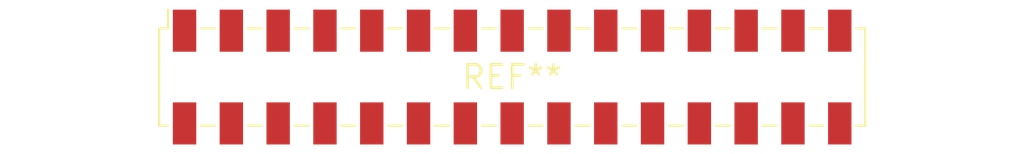
<source format=kicad_pcb>
(kicad_pcb (version 20240108) (generator pcbnew)
  (layers (0 "F.Cu" signal) (31 "B.Cu" signal) (34 "B.Paste" user) (35 "F.Paste" user) (36 "B.SilkS" user "B.Silkscreen") (37 "F.SilkS" user "F.Silkscreen") (38 "B.Mask" user) (39 "F.Mask" user) (44 "Edge.Cuts" user))
  (net 0 "")
  (footprint "Samtec_HLE-115-02-xxx-DV_2x15_P2.54mm_Horizontal" (layer "F.Cu") (at 0 0)
    (property "Reference" "REF**")
    (property "Value" "Samtec_HLE-115-02-xxx-DV_2x15_P2.54mm_Horizontal")
    (fp_line (start -19.16 -2.65) (end -19.16 2.65) (layer "F.SilkS") (stroke (width 0.12)))
    (fp_line (start -19.16 2.65) (end -18.675 2.65) (layer "F.SilkS") (stroke (width 0.12)))
    (fp_line (start -18.675 -3.67) (end -18.675 -2.65) (layer "F.SilkS") (stroke (width 0.12)))
    (fp_line (start -18.675 -2.65) (end -19.16 -2.65) (layer "F.SilkS") (stroke (width 0.12)))
    (fp_line (start -16.885 -2.65) (end -16.135 -2.65) (layer "F.SilkS") (stroke (width 0.12)))
    (fp_line (start -16.885 2.65) (end -16.135 2.65) (layer "F.SilkS") (stroke (width 0.12)))
    (fp_line (start -14.345 -2.65) (end -13.595 -2.65) (layer "F.SilkS") (stroke (width 0.12)))
    (fp_line (start -14.345 2.65) (end -13.595 2.65) (layer "F.SilkS") (stroke (width 0.12)))
    (fp_line (start -11.805 -2.65) (end -11.055 -2.65) (layer "F.SilkS") (stroke (width 0.12)))
    (fp_line (start -11.805 2.65) (end -11.055 2.65) (layer "F.SilkS") (stroke (width 0.12)))
    (fp_line (start -9.265 -2.65) (end -8.515 -2.65) (layer "F.SilkS") (stroke (width 0.12)))
    (fp_line (start -9.265 2.65) (end -8.515 2.65) (layer "F.SilkS") (stroke (width 0.12)))
    (fp_line (start -6.725 -2.65) (end -5.975 -2.65) (layer "F.SilkS") (stroke (width 0.12)))
    (fp_line (start -6.725 2.65) (end -5.975 2.65) (layer "F.SilkS") (stroke (width 0.12)))
    (fp_line (start -4.185 -2.65) (end -3.435 -2.65) (layer "F.SilkS") (stroke (width 0.12)))
    (fp_line (start -4.185 2.65) (end -3.435 2.65) (layer "F.SilkS") (stroke (width 0.12)))
    (fp_line (start -1.645 -2.65) (end -0.895 -2.65) (layer "F.SilkS") (stroke (width 0.12)))
    (fp_line (start -1.645 2.65) (end -0.895 2.65) (layer "F.SilkS") (stroke (width 0.12)))
    (fp_line (start 0.895 -2.65) (end 1.645 -2.65) (layer "F.SilkS") (stroke (width 0.12)))
    (fp_line (start 0.895 2.65) (end 1.645 2.65) (layer "F.SilkS") (stroke (width 0.12)))
    (fp_line (start 3.435 -2.65) (end 4.185 -2.65) (layer "F.SilkS") (stroke (width 0.12)))
    (fp_line (start 3.435 2.65) (end 4.185 2.65) (layer "F.SilkS") (stroke (width 0.12)))
    (fp_line (start 5.975 -2.65) (end 6.725 -2.65) (layer "F.SilkS") (stroke (width 0.12)))
    (fp_line (start 5.975 2.65) (end 6.725 2.65) (layer "F.SilkS") (stroke (width 0.12)))
    (fp_line (start 8.515 -2.65) (end 9.265 -2.65) (layer "F.SilkS") (stroke (width 0.12)))
    (fp_line (start 8.515 2.65) (end 9.265 2.65) (layer "F.SilkS") (stroke (width 0.12)))
    (fp_line (start 11.055 -2.65) (end 11.805 -2.65) (layer "F.SilkS") (stroke (width 0.12)))
    (fp_line (start 11.055 2.65) (end 11.805 2.65) (layer "F.SilkS") (stroke (width 0.12)))
    (fp_line (start 13.595 -2.65) (end 14.345 -2.65) (layer "F.SilkS") (stroke (width 0.12)))
    (fp_line (start 13.595 2.65) (end 14.345 2.65) (layer "F.SilkS") (stroke (width 0.12)))
    (fp_line (start 16.135 -2.65) (end 16.885 -2.65) (layer "F.SilkS") (stroke (width 0.12)))
    (fp_line (start 16.135 2.65) (end 16.885 2.65) (layer "F.SilkS") (stroke (width 0.12)))
    (fp_line (start 18.675 -2.65) (end 19.16 -2.65) (layer "F.SilkS") (stroke (width 0.12)))
    (fp_line (start 19.16 -2.65) (end 19.16 2.65) (layer "F.SilkS") (stroke (width 0.12)))
    (fp_line (start 19.16 2.65) (end 18.675 2.65) (layer "F.SilkS") (stroke (width 0.12)))
    (pad "1" smd rect (at -17.78 -2.525) (size 1.27 2.29) (layers "F.Cu" "F.Paste" "F.Mask"))
    (pad "2" smd rect (at -17.78 2.525) (size 1.27 2.29) (layers "F.Cu" "F.Paste" "F.Mask"))
    (pad "3" smd rect (at -15.24 -2.525) (size 1.27 2.29) (layers "F.Cu" "F.Paste" "F.Mask"))
    (pad "4" smd rect (at -15.24 2.525) (size 1.27 2.29) (layers "F.Cu" "F.Paste" "F.Mask"))
    (pad "5" smd rect (at -12.7 -2.525) (size 1.27 2.29) (layers "F.Cu" "F.Paste" "F.Mask"))
    (pad "6" smd rect (at -12.7 2.525) (size 1.27 2.29) (layers "F.Cu" "F.Paste" "F.Mask"))
    (pad "7" smd rect (at -10.16 -2.525) (size 1.27 2.29) (layers "F.Cu" "F.Paste" "F.Mask"))
    (pad "8" smd rect (at -10.16 2.525) (size 1.27 2.29) (layers "F.Cu" "F.Paste" "F.Mask"))
    (pad "9" smd rect (at -7.62 -2.525) (size 1.27 2.29) (layers "F.Cu" "F.Paste" "F.Mask"))
    (pad "10" smd rect (at -7.62 2.525) (size 1.27 2.29) (layers "F.Cu" "F.Paste" "F.Mask"))
    (pad "11" smd rect (at -5.08 -2.525) (size 1.27 2.29) (layers "F.Cu" "F.Paste" "F.Mask"))
    (pad "12" smd rect (at -5.08 2.525) (size 1.27 2.29) (layers "F.Cu" "F.Paste" "F.Mask"))
    (pad "13" smd rect (at -2.54 -2.525) (size 1.27 2.29) (layers "F.Cu" "F.Paste" "F.Mask"))
    (pad "14" smd rect (at -2.54 2.525) (size 1.27 2.29) (layers "F.Cu" "F.Paste" "F.Mask"))
    (pad "15" smd rect (at 0 -2.525) (size 1.27 2.29) (layers "F.Cu" "F.Paste" "F.Mask"))
    (pad "16" smd rect (at 0 2.525) (size 1.27 2.29) (layers "F.Cu" "F.Paste" "F.Mask"))
    (pad "17" smd rect (at 2.54 -2.525) (size 1.27 2.29) (layers "F.Cu" "F.Paste" "F.Mask"))
    (pad "18" smd rect (at 2.54 2.525) (size 1.27 2.29) (layers "F.Cu" "F.Paste" "F.Mask"))
    (pad "19" smd rect (at 5.08 -2.525) (size 1.27 2.29) (layers "F.Cu" "F.Paste" "F.Mask"))
    (pad "20" smd rect (at 5.08 2.525) (size 1.27 2.29) (layers "F.Cu" "F.Paste" "F.Mask"))
    (pad "21" smd rect (at 7.62 -2.525) (size 1.27 2.29) (layers "F.Cu" "F.Paste" "F.Mask"))
    (pad "22" smd rect (at 7.62 2.525) (size 1.27 2.29) (layers "F.Cu" "F.Paste" "F.Mask"))
    (pad "23" smd rect (at 10.16 -2.525) (size 1.27 2.29) (layers "F.Cu" "F.Paste" "F.Mask"))
    (pad "24" smd rect (at 10.16 2.525) (size 1.27 2.29) (layers "F.Cu" "F.Paste" "F.Mask"))
    (pad "25" smd rect (at 12.7 -2.525) (size 1.27 2.29) (layers "F.Cu" "F.Paste" "F.Mask"))
    (pad "26" smd rect (at 12.7 2.525) (size 1.27 2.29) (layers "F.Cu" "F.Paste" "F.Mask"))
    (pad "27" smd rect (at 15.24 -2.525) (size 1.27 2.29) (layers "F.Cu" "F.Paste" "F.Mask"))
    (pad "28" smd rect (at 15.24 2.525) (size 1.27 2.29) (layers "F.Cu" "F.Paste" "F.Mask"))
    (pad "29" smd rect (at 17.78 -2.525) (size 1.27 2.29) (layers "F.Cu" "F.Paste" "F.Mask"))
    (pad "30" smd rect (at 17.78 2.525) (size 1.27 2.29) (layers "F.Cu" "F.Paste" "F.Mask"))
  )
)
</source>
